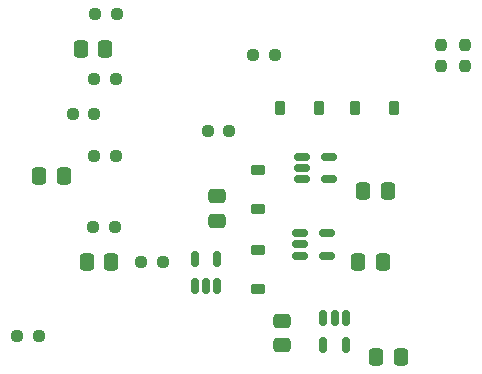
<source format=gbr>
%TF.GenerationSoftware,KiCad,Pcbnew,7.0.11-rc3*%
%TF.CreationDate,2025-03-16T23:21:53+08:00*%
%TF.ProjectId,BSPD,42535044-2e6b-4696-9361-645f70636258,rev?*%
%TF.SameCoordinates,PX731bc60PY731bc60*%
%TF.FileFunction,Paste,Bot*%
%TF.FilePolarity,Positive*%
%FSLAX46Y46*%
G04 Gerber Fmt 4.6, Leading zero omitted, Abs format (unit mm)*
G04 Created by KiCad (PCBNEW 7.0.11-rc3) date 2025-03-16 23:21:53*
%MOMM*%
%LPD*%
G01*
G04 APERTURE LIST*
G04 Aperture macros list*
%AMRoundRect*
0 Rectangle with rounded corners*
0 $1 Rounding radius*
0 $2 $3 $4 $5 $6 $7 $8 $9 X,Y pos of 4 corners*
0 Add a 4 corners polygon primitive as box body*
4,1,4,$2,$3,$4,$5,$6,$7,$8,$9,$2,$3,0*
0 Add four circle primitives for the rounded corners*
1,1,$1+$1,$2,$3*
1,1,$1+$1,$4,$5*
1,1,$1+$1,$6,$7*
1,1,$1+$1,$8,$9*
0 Add four rect primitives between the rounded corners*
20,1,$1+$1,$2,$3,$4,$5,0*
20,1,$1+$1,$4,$5,$6,$7,0*
20,1,$1+$1,$6,$7,$8,$9,0*
20,1,$1+$1,$8,$9,$2,$3,0*%
G04 Aperture macros list end*
%ADD10RoundRect,0.250000X0.475000X-0.337500X0.475000X0.337500X-0.475000X0.337500X-0.475000X-0.337500X0*%
%ADD11RoundRect,0.150000X-0.150000X0.512500X-0.150000X-0.512500X0.150000X-0.512500X0.150000X0.512500X0*%
%ADD12RoundRect,0.237500X-0.250000X-0.237500X0.250000X-0.237500X0.250000X0.237500X-0.250000X0.237500X0*%
%ADD13RoundRect,0.225000X-0.225000X-0.375000X0.225000X-0.375000X0.225000X0.375000X-0.225000X0.375000X0*%
%ADD14RoundRect,0.250000X-0.337500X-0.475000X0.337500X-0.475000X0.337500X0.475000X-0.337500X0.475000X0*%
%ADD15RoundRect,0.150000X-0.512500X-0.150000X0.512500X-0.150000X0.512500X0.150000X-0.512500X0.150000X0*%
%ADD16RoundRect,0.250000X0.337500X0.475000X-0.337500X0.475000X-0.337500X-0.475000X0.337500X-0.475000X0*%
%ADD17RoundRect,0.237500X0.250000X0.237500X-0.250000X0.237500X-0.250000X-0.237500X0.250000X-0.237500X0*%
%ADD18RoundRect,0.225000X-0.375000X0.225000X-0.375000X-0.225000X0.375000X-0.225000X0.375000X0.225000X0*%
%ADD19RoundRect,0.237500X0.237500X-0.250000X0.237500X0.250000X-0.237500X0.250000X-0.237500X-0.250000X0*%
%ADD20RoundRect,0.237500X-0.237500X0.250000X-0.237500X-0.250000X0.237500X-0.250000X0.237500X0.250000X0*%
%ADD21RoundRect,0.150000X0.150000X-0.512500X0.150000X0.512500X-0.150000X0.512500X-0.150000X-0.512500X0*%
G04 APERTURE END LIST*
D10*
%TO.C,C14*%
X29300000Y-35337500D03*
X29300000Y-33262500D03*
%TD*%
D11*
%TO.C,U10*%
X32800000Y-33025000D03*
X33750000Y-33025000D03*
X34700000Y-33025000D03*
X34700000Y-35300000D03*
X32800000Y-35300000D03*
%TD*%
D12*
%TO.C,R3*%
X13400000Y-12800000D03*
X15225000Y-12800000D03*
%TD*%
D13*
%TO.C,D18*%
X35500000Y-15300000D03*
X38800000Y-15300000D03*
%TD*%
D14*
%TO.C,C19*%
X12262500Y-10300000D03*
X14337500Y-10300000D03*
%TD*%
D13*
%TO.C,D5*%
X29150000Y-15300000D03*
X32450000Y-15300000D03*
%TD*%
D12*
%TO.C,R6*%
X13300000Y-25300000D03*
X15125000Y-25300000D03*
%TD*%
%TO.C,R1*%
X13475000Y-7300000D03*
X15300000Y-7300000D03*
%TD*%
%TO.C,R4*%
X13387500Y-19300000D03*
X15212500Y-19300000D03*
%TD*%
D10*
%TO.C,C2*%
X23800000Y-24800000D03*
X23800000Y-22725000D03*
%TD*%
D12*
%TO.C,R37*%
X6887500Y-34550000D03*
X8712500Y-34550000D03*
%TD*%
D15*
%TO.C,U8*%
X31025000Y-21300000D03*
X31025000Y-20350000D03*
X31025000Y-19400000D03*
X33300000Y-19400000D03*
X33300000Y-21300000D03*
%TD*%
D16*
%TO.C,C16*%
X10837500Y-21000000D03*
X8762500Y-21000000D03*
%TD*%
D17*
%TO.C,R7*%
X13412500Y-15800000D03*
X11587500Y-15800000D03*
%TD*%
D12*
%TO.C,R8*%
X26862500Y-10800000D03*
X28687500Y-10800000D03*
%TD*%
D16*
%TO.C,C1*%
X14837500Y-28300000D03*
X12762500Y-28300000D03*
%TD*%
D14*
%TO.C,C15*%
X36162500Y-22300000D03*
X38237500Y-22300000D03*
%TD*%
D18*
%TO.C,D6*%
X27300000Y-20500000D03*
X27300000Y-23800000D03*
%TD*%
D17*
%TO.C,R12*%
X19212500Y-28300000D03*
X17387500Y-28300000D03*
%TD*%
D19*
%TO.C,R5*%
X42800000Y-11712500D03*
X42800000Y-9887500D03*
%TD*%
D14*
%TO.C,C5*%
X37262500Y-36300000D03*
X39337500Y-36300000D03*
%TD*%
D12*
%TO.C,R10*%
X23000000Y-17200000D03*
X24825000Y-17200000D03*
%TD*%
D15*
%TO.C,U9*%
X30800000Y-27750000D03*
X30800000Y-26800000D03*
X30800000Y-25850000D03*
X33075000Y-25850000D03*
X33075000Y-27750000D03*
%TD*%
D20*
%TO.C,R39*%
X44800000Y-9887500D03*
X44800000Y-11712500D03*
%TD*%
D21*
%TO.C,U13*%
X23800000Y-30300000D03*
X22850000Y-30300000D03*
X21900000Y-30300000D03*
X21900000Y-28025000D03*
X23800000Y-28025000D03*
%TD*%
D14*
%TO.C,C13*%
X35762500Y-28300000D03*
X37837500Y-28300000D03*
%TD*%
D18*
%TO.C,D7*%
X27300000Y-27300000D03*
X27300000Y-30600000D03*
%TD*%
M02*

</source>
